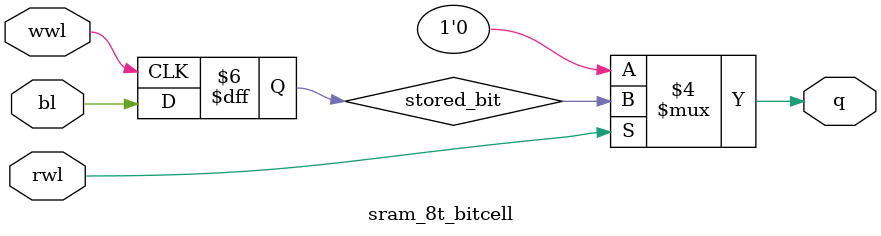
<source format=v>
module sram_8t_bitcell (
    input bl,
    input wwl,
    input rwl,
    output reg q
);

    reg stored_bit;

    // Write operation
    always @(posedge wwl) begin
        stored_bit <= bl;
    end

    // Read operation — directly assign to q
    always @(*) begin
        if (rwl)
            q = stored_bit;
        else
            q = 1'b0;  // or retain previous value or force low
    end

endmodule

</source>
